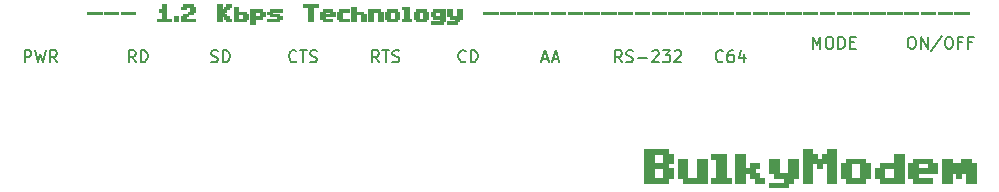
<source format=gto>
G04 #@! TF.GenerationSoftware,KiCad,Pcbnew,(5.1.8)-1*
G04 #@! TF.CreationDate,2023-04-09T21:37:19+02:00*
G04 #@! TF.ProjectId,BulkyModem FP2,42756c6b-794d-46f6-9465-6d204650322e,rev?*
G04 #@! TF.SameCoordinates,Original*
G04 #@! TF.FileFunction,Legend,Top*
G04 #@! TF.FilePolarity,Positive*
%FSLAX46Y46*%
G04 Gerber Fmt 4.6, Leading zero omitted, Abs format (unit mm)*
G04 Created by KiCad (PCBNEW (5.1.8)-1) date 2023-04-09 21:37:19*
%MOMM*%
%LPD*%
G01*
G04 APERTURE LIST*
%ADD10C,0.150000*%
%ADD11C,0.010000*%
G04 APERTURE END LIST*
D10*
X165188476Y-118983380D02*
X165188476Y-117983380D01*
X165521809Y-118697666D01*
X165855142Y-117983380D01*
X165855142Y-118983380D01*
X166521809Y-117983380D02*
X166712285Y-117983380D01*
X166807523Y-118031000D01*
X166902761Y-118126238D01*
X166950380Y-118316714D01*
X166950380Y-118650047D01*
X166902761Y-118840523D01*
X166807523Y-118935761D01*
X166712285Y-118983380D01*
X166521809Y-118983380D01*
X166426571Y-118935761D01*
X166331333Y-118840523D01*
X166283714Y-118650047D01*
X166283714Y-118316714D01*
X166331333Y-118126238D01*
X166426571Y-118031000D01*
X166521809Y-117983380D01*
X167378952Y-118983380D02*
X167378952Y-117983380D01*
X167617047Y-117983380D01*
X167759904Y-118031000D01*
X167855142Y-118126238D01*
X167902761Y-118221476D01*
X167950380Y-118411952D01*
X167950380Y-118554809D01*
X167902761Y-118745285D01*
X167855142Y-118840523D01*
X167759904Y-118935761D01*
X167617047Y-118983380D01*
X167378952Y-118983380D01*
X168378952Y-118459571D02*
X168712285Y-118459571D01*
X168855142Y-118983380D02*
X168378952Y-118983380D01*
X168378952Y-117983380D01*
X168855142Y-117983380D01*
X173491190Y-117983380D02*
X173681666Y-117983380D01*
X173776904Y-118031000D01*
X173872142Y-118126238D01*
X173919761Y-118316714D01*
X173919761Y-118650047D01*
X173872142Y-118840523D01*
X173776904Y-118935761D01*
X173681666Y-118983380D01*
X173491190Y-118983380D01*
X173395952Y-118935761D01*
X173300714Y-118840523D01*
X173253095Y-118650047D01*
X173253095Y-118316714D01*
X173300714Y-118126238D01*
X173395952Y-118031000D01*
X173491190Y-117983380D01*
X174348333Y-118983380D02*
X174348333Y-117983380D01*
X174919761Y-118983380D01*
X174919761Y-117983380D01*
X176110238Y-117935761D02*
X175253095Y-119221476D01*
X176634047Y-117983380D02*
X176824523Y-117983380D01*
X176919761Y-118031000D01*
X177015000Y-118126238D01*
X177062619Y-118316714D01*
X177062619Y-118650047D01*
X177015000Y-118840523D01*
X176919761Y-118935761D01*
X176824523Y-118983380D01*
X176634047Y-118983380D01*
X176538809Y-118935761D01*
X176443571Y-118840523D01*
X176395952Y-118650047D01*
X176395952Y-118316714D01*
X176443571Y-118126238D01*
X176538809Y-118031000D01*
X176634047Y-117983380D01*
X177824523Y-118459571D02*
X177491190Y-118459571D01*
X177491190Y-118983380D02*
X177491190Y-117983380D01*
X177967380Y-117983380D01*
X178681666Y-118459571D02*
X178348333Y-118459571D01*
X178348333Y-118983380D02*
X178348333Y-117983380D01*
X178824523Y-117983380D01*
X157592142Y-120031142D02*
X157544523Y-120078761D01*
X157401666Y-120126380D01*
X157306428Y-120126380D01*
X157163571Y-120078761D01*
X157068333Y-119983523D01*
X157020714Y-119888285D01*
X156973095Y-119697809D01*
X156973095Y-119554952D01*
X157020714Y-119364476D01*
X157068333Y-119269238D01*
X157163571Y-119174000D01*
X157306428Y-119126380D01*
X157401666Y-119126380D01*
X157544523Y-119174000D01*
X157592142Y-119221619D01*
X158449285Y-119126380D02*
X158258809Y-119126380D01*
X158163571Y-119174000D01*
X158115952Y-119221619D01*
X158020714Y-119364476D01*
X157973095Y-119554952D01*
X157973095Y-119935904D01*
X158020714Y-120031142D01*
X158068333Y-120078761D01*
X158163571Y-120126380D01*
X158354047Y-120126380D01*
X158449285Y-120078761D01*
X158496904Y-120031142D01*
X158544523Y-119935904D01*
X158544523Y-119697809D01*
X158496904Y-119602571D01*
X158449285Y-119554952D01*
X158354047Y-119507333D01*
X158163571Y-119507333D01*
X158068333Y-119554952D01*
X158020714Y-119602571D01*
X157973095Y-119697809D01*
X159401666Y-119459714D02*
X159401666Y-120126380D01*
X159163571Y-119078761D02*
X158925476Y-119793047D01*
X159544523Y-119793047D01*
X149035714Y-120126380D02*
X148702380Y-119650190D01*
X148464285Y-120126380D02*
X148464285Y-119126380D01*
X148845238Y-119126380D01*
X148940476Y-119174000D01*
X148988095Y-119221619D01*
X149035714Y-119316857D01*
X149035714Y-119459714D01*
X148988095Y-119554952D01*
X148940476Y-119602571D01*
X148845238Y-119650190D01*
X148464285Y-119650190D01*
X149416666Y-120078761D02*
X149559523Y-120126380D01*
X149797619Y-120126380D01*
X149892857Y-120078761D01*
X149940476Y-120031142D01*
X149988095Y-119935904D01*
X149988095Y-119840666D01*
X149940476Y-119745428D01*
X149892857Y-119697809D01*
X149797619Y-119650190D01*
X149607142Y-119602571D01*
X149511904Y-119554952D01*
X149464285Y-119507333D01*
X149416666Y-119412095D01*
X149416666Y-119316857D01*
X149464285Y-119221619D01*
X149511904Y-119174000D01*
X149607142Y-119126380D01*
X149845238Y-119126380D01*
X149988095Y-119174000D01*
X150416666Y-119745428D02*
X151178571Y-119745428D01*
X151607142Y-119221619D02*
X151654761Y-119174000D01*
X151750000Y-119126380D01*
X151988095Y-119126380D01*
X152083333Y-119174000D01*
X152130952Y-119221619D01*
X152178571Y-119316857D01*
X152178571Y-119412095D01*
X152130952Y-119554952D01*
X151559523Y-120126380D01*
X152178571Y-120126380D01*
X152511904Y-119126380D02*
X153130952Y-119126380D01*
X152797619Y-119507333D01*
X152940476Y-119507333D01*
X153035714Y-119554952D01*
X153083333Y-119602571D01*
X153130952Y-119697809D01*
X153130952Y-119935904D01*
X153083333Y-120031142D01*
X153035714Y-120078761D01*
X152940476Y-120126380D01*
X152654761Y-120126380D01*
X152559523Y-120078761D01*
X152511904Y-120031142D01*
X153511904Y-119221619D02*
X153559523Y-119174000D01*
X153654761Y-119126380D01*
X153892857Y-119126380D01*
X153988095Y-119174000D01*
X154035714Y-119221619D01*
X154083333Y-119316857D01*
X154083333Y-119412095D01*
X154035714Y-119554952D01*
X153464285Y-120126380D01*
X154083333Y-120126380D01*
X142328333Y-119840666D02*
X142804523Y-119840666D01*
X142233095Y-120126380D02*
X142566428Y-119126380D01*
X142899761Y-120126380D01*
X143185476Y-119840666D02*
X143661666Y-119840666D01*
X143090238Y-120126380D02*
X143423571Y-119126380D01*
X143756904Y-120126380D01*
X135819523Y-120031142D02*
X135771904Y-120078761D01*
X135629047Y-120126380D01*
X135533809Y-120126380D01*
X135390952Y-120078761D01*
X135295714Y-119983523D01*
X135248095Y-119888285D01*
X135200476Y-119697809D01*
X135200476Y-119554952D01*
X135248095Y-119364476D01*
X135295714Y-119269238D01*
X135390952Y-119174000D01*
X135533809Y-119126380D01*
X135629047Y-119126380D01*
X135771904Y-119174000D01*
X135819523Y-119221619D01*
X136248095Y-120126380D02*
X136248095Y-119126380D01*
X136486190Y-119126380D01*
X136629047Y-119174000D01*
X136724285Y-119269238D01*
X136771904Y-119364476D01*
X136819523Y-119554952D01*
X136819523Y-119697809D01*
X136771904Y-119888285D01*
X136724285Y-119983523D01*
X136629047Y-120078761D01*
X136486190Y-120126380D01*
X136248095Y-120126380D01*
X128477380Y-120126380D02*
X128144047Y-119650190D01*
X127905952Y-120126380D02*
X127905952Y-119126380D01*
X128286904Y-119126380D01*
X128382142Y-119174000D01*
X128429761Y-119221619D01*
X128477380Y-119316857D01*
X128477380Y-119459714D01*
X128429761Y-119554952D01*
X128382142Y-119602571D01*
X128286904Y-119650190D01*
X127905952Y-119650190D01*
X128763095Y-119126380D02*
X129334523Y-119126380D01*
X129048809Y-120126380D02*
X129048809Y-119126380D01*
X129620238Y-120078761D02*
X129763095Y-120126380D01*
X130001190Y-120126380D01*
X130096428Y-120078761D01*
X130144047Y-120031142D01*
X130191666Y-119935904D01*
X130191666Y-119840666D01*
X130144047Y-119745428D01*
X130096428Y-119697809D01*
X130001190Y-119650190D01*
X129810714Y-119602571D01*
X129715476Y-119554952D01*
X129667857Y-119507333D01*
X129620238Y-119412095D01*
X129620238Y-119316857D01*
X129667857Y-119221619D01*
X129715476Y-119174000D01*
X129810714Y-119126380D01*
X130048809Y-119126380D01*
X130191666Y-119174000D01*
X121492380Y-120031142D02*
X121444761Y-120078761D01*
X121301904Y-120126380D01*
X121206666Y-120126380D01*
X121063809Y-120078761D01*
X120968571Y-119983523D01*
X120920952Y-119888285D01*
X120873333Y-119697809D01*
X120873333Y-119554952D01*
X120920952Y-119364476D01*
X120968571Y-119269238D01*
X121063809Y-119174000D01*
X121206666Y-119126380D01*
X121301904Y-119126380D01*
X121444761Y-119174000D01*
X121492380Y-119221619D01*
X121778095Y-119126380D02*
X122349523Y-119126380D01*
X122063809Y-120126380D02*
X122063809Y-119126380D01*
X122635238Y-120078761D02*
X122778095Y-120126380D01*
X123016190Y-120126380D01*
X123111428Y-120078761D01*
X123159047Y-120031142D01*
X123206666Y-119935904D01*
X123206666Y-119840666D01*
X123159047Y-119745428D01*
X123111428Y-119697809D01*
X123016190Y-119650190D01*
X122825714Y-119602571D01*
X122730476Y-119554952D01*
X122682857Y-119507333D01*
X122635238Y-119412095D01*
X122635238Y-119316857D01*
X122682857Y-119221619D01*
X122730476Y-119174000D01*
X122825714Y-119126380D01*
X123063809Y-119126380D01*
X123206666Y-119174000D01*
X114269285Y-120078761D02*
X114412142Y-120126380D01*
X114650238Y-120126380D01*
X114745476Y-120078761D01*
X114793095Y-120031142D01*
X114840714Y-119935904D01*
X114840714Y-119840666D01*
X114793095Y-119745428D01*
X114745476Y-119697809D01*
X114650238Y-119650190D01*
X114459761Y-119602571D01*
X114364523Y-119554952D01*
X114316904Y-119507333D01*
X114269285Y-119412095D01*
X114269285Y-119316857D01*
X114316904Y-119221619D01*
X114364523Y-119174000D01*
X114459761Y-119126380D01*
X114697857Y-119126380D01*
X114840714Y-119174000D01*
X115269285Y-120126380D02*
X115269285Y-119126380D01*
X115507380Y-119126380D01*
X115650238Y-119174000D01*
X115745476Y-119269238D01*
X115793095Y-119364476D01*
X115840714Y-119554952D01*
X115840714Y-119697809D01*
X115793095Y-119888285D01*
X115745476Y-119983523D01*
X115650238Y-120078761D01*
X115507380Y-120126380D01*
X115269285Y-120126380D01*
X107879523Y-120126380D02*
X107546190Y-119650190D01*
X107308095Y-120126380D02*
X107308095Y-119126380D01*
X107689047Y-119126380D01*
X107784285Y-119174000D01*
X107831904Y-119221619D01*
X107879523Y-119316857D01*
X107879523Y-119459714D01*
X107831904Y-119554952D01*
X107784285Y-119602571D01*
X107689047Y-119650190D01*
X107308095Y-119650190D01*
X108308095Y-120126380D02*
X108308095Y-119126380D01*
X108546190Y-119126380D01*
X108689047Y-119174000D01*
X108784285Y-119269238D01*
X108831904Y-119364476D01*
X108879523Y-119554952D01*
X108879523Y-119697809D01*
X108831904Y-119888285D01*
X108784285Y-119983523D01*
X108689047Y-120078761D01*
X108546190Y-120126380D01*
X108308095Y-120126380D01*
X98481666Y-120126380D02*
X98481666Y-119126380D01*
X98862619Y-119126380D01*
X98957857Y-119174000D01*
X99005476Y-119221619D01*
X99053095Y-119316857D01*
X99053095Y-119459714D01*
X99005476Y-119554952D01*
X98957857Y-119602571D01*
X98862619Y-119650190D01*
X98481666Y-119650190D01*
X99386428Y-119126380D02*
X99624523Y-120126380D01*
X99815000Y-119412095D01*
X100005476Y-120126380D01*
X100243571Y-119126380D01*
X101195952Y-120126380D02*
X100862619Y-119650190D01*
X100624523Y-120126380D02*
X100624523Y-119126380D01*
X101005476Y-119126380D01*
X101100714Y-119174000D01*
X101148333Y-119221619D01*
X101195952Y-119316857D01*
X101195952Y-119459714D01*
X101148333Y-119554952D01*
X101100714Y-119602571D01*
X101005476Y-119650190D01*
X100624523Y-119650190D01*
D11*
G36*
X118613924Y-115845597D02*
G01*
X118817327Y-115845597D01*
X118817327Y-116252404D01*
X118613924Y-116252404D01*
X118613924Y-116455807D01*
X118003714Y-116455807D01*
X118003714Y-116862614D01*
X117596907Y-116862614D01*
X117596907Y-115845597D01*
X118003714Y-115845597D01*
X118003714Y-116252404D01*
X118410521Y-116252404D01*
X118410521Y-115845597D01*
X118003714Y-115845597D01*
X117596907Y-115845597D01*
X117596907Y-115642193D01*
X118613924Y-115642193D01*
X118613924Y-115845597D01*
G37*
X118613924Y-115845597D02*
X118817327Y-115845597D01*
X118817327Y-116252404D01*
X118613924Y-116252404D01*
X118613924Y-116455807D01*
X118003714Y-116455807D01*
X118003714Y-116862614D01*
X117596907Y-116862614D01*
X117596907Y-115845597D01*
X118003714Y-115845597D01*
X118003714Y-116252404D01*
X118410521Y-116252404D01*
X118410521Y-115845597D01*
X118003714Y-115845597D01*
X117596907Y-115845597D01*
X117596907Y-115642193D01*
X118613924Y-115642193D01*
X118613924Y-115845597D01*
G36*
X134072583Y-116659210D02*
G01*
X133869179Y-116659210D01*
X133869179Y-116862614D01*
X132852162Y-116862614D01*
X132852162Y-116659210D01*
X133665776Y-116659210D01*
X133665776Y-116455807D01*
X133055566Y-116455807D01*
X133055566Y-116252404D01*
X132852162Y-116252404D01*
X132852162Y-115845597D01*
X133055566Y-115845597D01*
X133258969Y-115845597D01*
X133258969Y-116252404D01*
X133665776Y-116252404D01*
X133665776Y-115845597D01*
X133258969Y-115845597D01*
X133055566Y-115845597D01*
X133055566Y-115642193D01*
X134072583Y-115642193D01*
X134072583Y-116659210D01*
G37*
X134072583Y-116659210D02*
X133869179Y-116659210D01*
X133869179Y-116862614D01*
X132852162Y-116862614D01*
X132852162Y-116659210D01*
X133665776Y-116659210D01*
X133665776Y-116455807D01*
X133055566Y-116455807D01*
X133055566Y-116252404D01*
X132852162Y-116252404D01*
X132852162Y-115845597D01*
X133055566Y-115845597D01*
X133258969Y-115845597D01*
X133258969Y-116252404D01*
X133665776Y-116252404D01*
X133665776Y-115845597D01*
X133258969Y-115845597D01*
X133055566Y-115845597D01*
X133055566Y-115642193D01*
X134072583Y-115642193D01*
X134072583Y-116659210D01*
G36*
X134682793Y-116252404D02*
G01*
X135089600Y-116252404D01*
X135089600Y-115642193D01*
X135496406Y-115642193D01*
X135496406Y-116455807D01*
X135293003Y-116455807D01*
X135293003Y-116659210D01*
X135089600Y-116659210D01*
X135089600Y-116862614D01*
X134275986Y-116862614D01*
X134275986Y-116659210D01*
X134886196Y-116659210D01*
X134886196Y-116455807D01*
X134479389Y-116455807D01*
X134479389Y-116252404D01*
X134275986Y-116252404D01*
X134275986Y-115642193D01*
X134682793Y-115642193D01*
X134682793Y-116252404D01*
G37*
X134682793Y-116252404D02*
X135089600Y-116252404D01*
X135089600Y-115642193D01*
X135496406Y-115642193D01*
X135496406Y-116455807D01*
X135293003Y-116455807D01*
X135293003Y-116659210D01*
X135089600Y-116659210D01*
X135089600Y-116862614D01*
X134275986Y-116862614D01*
X134275986Y-116659210D01*
X134886196Y-116659210D01*
X134886196Y-116455807D01*
X134479389Y-116455807D01*
X134479389Y-116252404D01*
X134275986Y-116252404D01*
X134275986Y-115642193D01*
X134682793Y-115642193D01*
X134682793Y-116252404D01*
G36*
X110477788Y-116455807D02*
G01*
X110884595Y-116455807D01*
X110884595Y-116659210D01*
X109664174Y-116659210D01*
X109664174Y-116455807D01*
X110070981Y-116455807D01*
X110070981Y-115845597D01*
X109867578Y-115845597D01*
X109867578Y-115642193D01*
X110070981Y-115642193D01*
X110070981Y-115235387D01*
X110477788Y-115235387D01*
X110477788Y-116455807D01*
G37*
X110477788Y-116455807D02*
X110884595Y-116455807D01*
X110884595Y-116659210D01*
X109664174Y-116659210D01*
X109664174Y-116455807D01*
X110070981Y-116455807D01*
X110070981Y-115845597D01*
X109867578Y-115845597D01*
X109867578Y-115642193D01*
X110070981Y-115642193D01*
X110070981Y-115235387D01*
X110477788Y-115235387D01*
X110477788Y-116455807D01*
G36*
X111494805Y-116659210D02*
G01*
X111087998Y-116659210D01*
X111087998Y-116252404D01*
X111494805Y-116252404D01*
X111494805Y-116659210D01*
G37*
X111494805Y-116659210D02*
X111087998Y-116659210D01*
X111087998Y-116252404D01*
X111494805Y-116252404D01*
X111494805Y-116659210D01*
G36*
X112308418Y-116252404D02*
G01*
X112105015Y-116252404D01*
X112105015Y-116455807D01*
X112918629Y-116455807D01*
X112918629Y-116659210D01*
X111698208Y-116659210D01*
X111698208Y-116252404D01*
X111901612Y-116252404D01*
X111901612Y-116049000D01*
X112308418Y-116049000D01*
X112308418Y-116252404D01*
G37*
X112308418Y-116252404D02*
X112105015Y-116252404D01*
X112105015Y-116455807D01*
X112918629Y-116455807D01*
X112918629Y-116659210D01*
X111698208Y-116659210D01*
X111698208Y-116252404D01*
X111901612Y-116252404D01*
X111901612Y-116049000D01*
X112308418Y-116049000D01*
X112308418Y-116252404D01*
G36*
X112308418Y-115845597D02*
G01*
X112511822Y-115845597D01*
X112511822Y-115438790D01*
X112105015Y-115438790D01*
X112105015Y-115642193D01*
X111698208Y-115642193D01*
X111698208Y-115438790D01*
X111901612Y-115438790D01*
X111901612Y-115235387D01*
X112715225Y-115235387D01*
X112715225Y-115438790D01*
X112918629Y-115438790D01*
X112918629Y-115845597D01*
X112715225Y-115845597D01*
X112715225Y-116049000D01*
X112308418Y-116049000D01*
X112308418Y-115845597D01*
G37*
X112308418Y-115845597D02*
X112511822Y-115845597D01*
X112511822Y-115438790D01*
X112105015Y-115438790D01*
X112105015Y-115642193D01*
X111698208Y-115642193D01*
X111698208Y-115438790D01*
X111901612Y-115438790D01*
X111901612Y-115235387D01*
X112715225Y-115235387D01*
X112715225Y-115438790D01*
X112918629Y-115438790D01*
X112918629Y-115845597D01*
X112715225Y-115845597D01*
X112715225Y-116049000D01*
X112308418Y-116049000D01*
X112308418Y-115845597D01*
G36*
X115156066Y-115642193D02*
G01*
X115359469Y-115642193D01*
X115359469Y-115438790D01*
X115562873Y-115438790D01*
X115562873Y-115235387D01*
X115969680Y-115235387D01*
X115969680Y-115438790D01*
X115766276Y-115438790D01*
X115766276Y-115642193D01*
X115562873Y-115642193D01*
X115562873Y-115845597D01*
X115359469Y-115845597D01*
X115359469Y-116049000D01*
X115562873Y-116049000D01*
X115562873Y-116252404D01*
X115766276Y-116252404D01*
X115766276Y-116455807D01*
X115969680Y-116455807D01*
X115969680Y-116659210D01*
X115562873Y-116659210D01*
X115562873Y-116455807D01*
X115359469Y-116455807D01*
X115359469Y-116252404D01*
X115156066Y-116252404D01*
X115156066Y-116659210D01*
X114749259Y-116659210D01*
X114749259Y-115235387D01*
X115156066Y-115235387D01*
X115156066Y-115642193D01*
G37*
X115156066Y-115642193D02*
X115359469Y-115642193D01*
X115359469Y-115438790D01*
X115562873Y-115438790D01*
X115562873Y-115235387D01*
X115969680Y-115235387D01*
X115969680Y-115438790D01*
X115766276Y-115438790D01*
X115766276Y-115642193D01*
X115562873Y-115642193D01*
X115562873Y-115845597D01*
X115359469Y-115845597D01*
X115359469Y-116049000D01*
X115562873Y-116049000D01*
X115562873Y-116252404D01*
X115766276Y-116252404D01*
X115766276Y-116455807D01*
X115969680Y-116455807D01*
X115969680Y-116659210D01*
X115562873Y-116659210D01*
X115562873Y-116455807D01*
X115359469Y-116455807D01*
X115359469Y-116252404D01*
X115156066Y-116252404D01*
X115156066Y-116659210D01*
X114749259Y-116659210D01*
X114749259Y-115235387D01*
X115156066Y-115235387D01*
X115156066Y-115642193D01*
G36*
X116579890Y-115845597D02*
G01*
X117190100Y-115845597D01*
X117190100Y-116049000D01*
X117393504Y-116049000D01*
X117393504Y-116455807D01*
X117190100Y-116455807D01*
X117190100Y-116659210D01*
X116173083Y-116659210D01*
X116173083Y-116049000D01*
X116579890Y-116049000D01*
X116579890Y-116455807D01*
X116986697Y-116455807D01*
X116986697Y-116049000D01*
X116579890Y-116049000D01*
X116173083Y-116049000D01*
X116173083Y-115438790D01*
X116579890Y-115438790D01*
X116579890Y-115845597D01*
G37*
X116579890Y-115845597D02*
X117190100Y-115845597D01*
X117190100Y-116049000D01*
X117393504Y-116049000D01*
X117393504Y-116455807D01*
X117190100Y-116455807D01*
X117190100Y-116659210D01*
X116173083Y-116659210D01*
X116173083Y-116049000D01*
X116579890Y-116049000D01*
X116579890Y-116455807D01*
X116986697Y-116455807D01*
X116986697Y-116049000D01*
X116579890Y-116049000D01*
X116173083Y-116049000D01*
X116173083Y-115438790D01*
X116579890Y-115438790D01*
X116579890Y-115845597D01*
G36*
X120241151Y-115845597D02*
G01*
X119427538Y-115845597D01*
X119427538Y-116049000D01*
X120037748Y-116049000D01*
X120037748Y-116252404D01*
X120241151Y-116252404D01*
X120241151Y-116455807D01*
X120037748Y-116455807D01*
X120037748Y-116659210D01*
X119020731Y-116659210D01*
X119020731Y-116455807D01*
X119834344Y-116455807D01*
X119834344Y-116252404D01*
X119224134Y-116252404D01*
X119224134Y-116049000D01*
X119020731Y-116049000D01*
X119020731Y-115845597D01*
X119224134Y-115845597D01*
X119224134Y-115642193D01*
X120241151Y-115642193D01*
X120241151Y-115845597D01*
G37*
X120241151Y-115845597D02*
X119427538Y-115845597D01*
X119427538Y-116049000D01*
X120037748Y-116049000D01*
X120037748Y-116252404D01*
X120241151Y-116252404D01*
X120241151Y-116455807D01*
X120037748Y-116455807D01*
X120037748Y-116659210D01*
X119020731Y-116659210D01*
X119020731Y-116455807D01*
X119834344Y-116455807D01*
X119834344Y-116252404D01*
X119224134Y-116252404D01*
X119224134Y-116049000D01*
X119020731Y-116049000D01*
X119020731Y-115845597D01*
X119224134Y-115845597D01*
X119224134Y-115642193D01*
X120241151Y-115642193D01*
X120241151Y-115845597D01*
G36*
X123292202Y-115438790D02*
G01*
X122885395Y-115438790D01*
X122885395Y-116659210D01*
X122478589Y-116659210D01*
X122478589Y-115438790D01*
X122071782Y-115438790D01*
X122071782Y-115235387D01*
X123292202Y-115235387D01*
X123292202Y-115438790D01*
G37*
X123292202Y-115438790D02*
X122885395Y-115438790D01*
X122885395Y-116659210D01*
X122478589Y-116659210D01*
X122478589Y-115438790D01*
X122071782Y-115438790D01*
X122071782Y-115235387D01*
X123292202Y-115235387D01*
X123292202Y-115438790D01*
G36*
X124512623Y-115845597D02*
G01*
X124716026Y-115845597D01*
X124716026Y-116252404D01*
X123902412Y-116252404D01*
X123902412Y-116455807D01*
X124512623Y-116455807D01*
X124512623Y-116659210D01*
X123699009Y-116659210D01*
X123699009Y-116455807D01*
X123495606Y-116455807D01*
X123495606Y-115845597D01*
X123699009Y-115845597D01*
X123902412Y-115845597D01*
X123902412Y-116049000D01*
X124309219Y-116049000D01*
X124309219Y-115845597D01*
X123902412Y-115845597D01*
X123699009Y-115845597D01*
X123699009Y-115642193D01*
X124512623Y-115642193D01*
X124512623Y-115845597D01*
G37*
X124512623Y-115845597D02*
X124716026Y-115845597D01*
X124716026Y-116252404D01*
X123902412Y-116252404D01*
X123902412Y-116455807D01*
X124512623Y-116455807D01*
X124512623Y-116659210D01*
X123699009Y-116659210D01*
X123699009Y-116455807D01*
X123495606Y-116455807D01*
X123495606Y-115845597D01*
X123699009Y-115845597D01*
X123902412Y-115845597D01*
X123902412Y-116049000D01*
X124309219Y-116049000D01*
X124309219Y-115845597D01*
X123902412Y-115845597D01*
X123699009Y-115845597D01*
X123699009Y-115642193D01*
X124512623Y-115642193D01*
X124512623Y-115845597D01*
G36*
X125936446Y-115845597D02*
G01*
X125326236Y-115845597D01*
X125326236Y-116455807D01*
X125936446Y-116455807D01*
X125936446Y-116659210D01*
X125122833Y-116659210D01*
X125122833Y-116455807D01*
X124919429Y-116455807D01*
X124919429Y-115845597D01*
X125122833Y-115845597D01*
X125122833Y-115642193D01*
X125936446Y-115642193D01*
X125936446Y-115845597D01*
G37*
X125936446Y-115845597D02*
X125326236Y-115845597D01*
X125326236Y-116455807D01*
X125936446Y-116455807D01*
X125936446Y-116659210D01*
X125122833Y-116659210D01*
X125122833Y-116455807D01*
X124919429Y-116455807D01*
X124919429Y-115845597D01*
X125122833Y-115845597D01*
X125122833Y-115642193D01*
X125936446Y-115642193D01*
X125936446Y-115845597D01*
G36*
X126546657Y-115845597D02*
G01*
X127156867Y-115845597D01*
X127156867Y-116049000D01*
X127360270Y-116049000D01*
X127360270Y-116659210D01*
X126953463Y-116659210D01*
X126953463Y-116049000D01*
X126546657Y-116049000D01*
X126546657Y-116659210D01*
X126139850Y-116659210D01*
X126139850Y-115438790D01*
X126546657Y-115438790D01*
X126546657Y-115845597D01*
G37*
X126546657Y-115845597D02*
X127156867Y-115845597D01*
X127156867Y-116049000D01*
X127360270Y-116049000D01*
X127360270Y-116659210D01*
X126953463Y-116659210D01*
X126953463Y-116049000D01*
X126546657Y-116049000D01*
X126546657Y-116659210D01*
X126139850Y-116659210D01*
X126139850Y-115438790D01*
X126546657Y-115438790D01*
X126546657Y-115845597D01*
G36*
X128580691Y-115845597D02*
G01*
X128784094Y-115845597D01*
X128784094Y-116659210D01*
X128377287Y-116659210D01*
X128377287Y-115845597D01*
X127970481Y-115845597D01*
X127970481Y-116659210D01*
X127563674Y-116659210D01*
X127563674Y-115642193D01*
X128580691Y-115642193D01*
X128580691Y-115845597D01*
G37*
X128580691Y-115845597D02*
X128784094Y-115845597D01*
X128784094Y-116659210D01*
X128377287Y-116659210D01*
X128377287Y-115845597D01*
X127970481Y-115845597D01*
X127970481Y-116659210D01*
X127563674Y-116659210D01*
X127563674Y-115642193D01*
X128580691Y-115642193D01*
X128580691Y-115845597D01*
G36*
X130004515Y-115845597D02*
G01*
X130207918Y-115845597D01*
X130207918Y-116455807D01*
X130004515Y-116455807D01*
X130004515Y-116659210D01*
X129190901Y-116659210D01*
X129190901Y-116455807D01*
X128987498Y-116455807D01*
X128987498Y-115845597D01*
X129190901Y-115845597D01*
X129394304Y-115845597D01*
X129394304Y-116455807D01*
X129801111Y-116455807D01*
X129801111Y-115845597D01*
X129394304Y-115845597D01*
X129190901Y-115845597D01*
X129190901Y-115642193D01*
X130004515Y-115642193D01*
X130004515Y-115845597D01*
G37*
X130004515Y-115845597D02*
X130207918Y-115845597D01*
X130207918Y-116455807D01*
X130004515Y-116455807D01*
X130004515Y-116659210D01*
X129190901Y-116659210D01*
X129190901Y-116455807D01*
X128987498Y-116455807D01*
X128987498Y-115845597D01*
X129190901Y-115845597D01*
X129394304Y-115845597D01*
X129394304Y-116455807D01*
X129801111Y-116455807D01*
X129801111Y-115845597D01*
X129394304Y-115845597D01*
X129190901Y-115845597D01*
X129190901Y-115642193D01*
X130004515Y-115642193D01*
X130004515Y-115845597D01*
G36*
X131021532Y-116455807D02*
G01*
X131224935Y-116455807D01*
X131224935Y-116659210D01*
X130411321Y-116659210D01*
X130411321Y-116455807D01*
X130614725Y-116455807D01*
X130614725Y-115642193D01*
X130411321Y-115642193D01*
X130411321Y-115438790D01*
X131021532Y-115438790D01*
X131021532Y-116455807D01*
G37*
X131021532Y-116455807D02*
X131224935Y-116455807D01*
X131224935Y-116659210D01*
X130411321Y-116659210D01*
X130411321Y-116455807D01*
X130614725Y-116455807D01*
X130614725Y-115642193D01*
X130411321Y-115642193D01*
X130411321Y-115438790D01*
X131021532Y-115438790D01*
X131021532Y-116455807D01*
G36*
X132445355Y-115845597D02*
G01*
X132648759Y-115845597D01*
X132648759Y-116455807D01*
X132445355Y-116455807D01*
X132445355Y-116659210D01*
X131631742Y-116659210D01*
X131631742Y-116455807D01*
X131428338Y-116455807D01*
X131428338Y-115845597D01*
X131631742Y-115845597D01*
X131835145Y-115845597D01*
X131835145Y-116455807D01*
X132241952Y-116455807D01*
X132241952Y-115845597D01*
X131835145Y-115845597D01*
X131631742Y-115845597D01*
X131631742Y-115642193D01*
X132445355Y-115642193D01*
X132445355Y-115845597D01*
G37*
X132445355Y-115845597D02*
X132648759Y-115845597D01*
X132648759Y-116455807D01*
X132445355Y-116455807D01*
X132445355Y-116659210D01*
X131631742Y-116659210D01*
X131631742Y-116455807D01*
X131428338Y-116455807D01*
X131428338Y-115845597D01*
X131631742Y-115845597D01*
X131835145Y-115845597D01*
X131835145Y-116455807D01*
X132241952Y-116455807D01*
X132241952Y-115845597D01*
X131835145Y-115845597D01*
X131631742Y-115845597D01*
X131631742Y-115642193D01*
X132445355Y-115642193D01*
X132445355Y-115845597D01*
G36*
X104985896Y-116049000D02*
G01*
X103765476Y-116049000D01*
X103765476Y-115845597D01*
X104985896Y-115845597D01*
X104985896Y-116049000D01*
G37*
X104985896Y-116049000D02*
X103765476Y-116049000D01*
X103765476Y-115845597D01*
X104985896Y-115845597D01*
X104985896Y-116049000D01*
G36*
X106409720Y-116049000D02*
G01*
X105189299Y-116049000D01*
X105189299Y-115845597D01*
X106409720Y-115845597D01*
X106409720Y-116049000D01*
G37*
X106409720Y-116049000D02*
X105189299Y-116049000D01*
X105189299Y-115845597D01*
X106409720Y-115845597D01*
X106409720Y-116049000D01*
G36*
X107833544Y-116049000D02*
G01*
X106613123Y-116049000D01*
X106613123Y-115845597D01*
X107833544Y-115845597D01*
X107833544Y-116049000D01*
G37*
X107833544Y-116049000D02*
X106613123Y-116049000D01*
X106613123Y-115845597D01*
X107833544Y-115845597D01*
X107833544Y-116049000D01*
G36*
X138547457Y-116049000D02*
G01*
X137327037Y-116049000D01*
X137327037Y-115845597D01*
X138547457Y-115845597D01*
X138547457Y-116049000D01*
G37*
X138547457Y-116049000D02*
X137327037Y-116049000D01*
X137327037Y-115845597D01*
X138547457Y-115845597D01*
X138547457Y-116049000D01*
G36*
X139971281Y-116049000D02*
G01*
X138750861Y-116049000D01*
X138750861Y-115845597D01*
X139971281Y-115845597D01*
X139971281Y-116049000D01*
G37*
X139971281Y-116049000D02*
X138750861Y-116049000D01*
X138750861Y-115845597D01*
X139971281Y-115845597D01*
X139971281Y-116049000D01*
G36*
X141395105Y-116049000D02*
G01*
X140174685Y-116049000D01*
X140174685Y-115845597D01*
X141395105Y-115845597D01*
X141395105Y-116049000D01*
G37*
X141395105Y-116049000D02*
X140174685Y-116049000D01*
X140174685Y-115845597D01*
X141395105Y-115845597D01*
X141395105Y-116049000D01*
G36*
X142818929Y-116049000D02*
G01*
X141598509Y-116049000D01*
X141598509Y-115845597D01*
X142818929Y-115845597D01*
X142818929Y-116049000D01*
G37*
X142818929Y-116049000D02*
X141598509Y-116049000D01*
X141598509Y-115845597D01*
X142818929Y-115845597D01*
X142818929Y-116049000D01*
G36*
X144242753Y-116049000D02*
G01*
X143022332Y-116049000D01*
X143022332Y-115845597D01*
X144242753Y-115845597D01*
X144242753Y-116049000D01*
G37*
X144242753Y-116049000D02*
X143022332Y-116049000D01*
X143022332Y-115845597D01*
X144242753Y-115845597D01*
X144242753Y-116049000D01*
G36*
X145666577Y-116049000D02*
G01*
X144446156Y-116049000D01*
X144446156Y-115845597D01*
X145666577Y-115845597D01*
X145666577Y-116049000D01*
G37*
X145666577Y-116049000D02*
X144446156Y-116049000D01*
X144446156Y-115845597D01*
X145666577Y-115845597D01*
X145666577Y-116049000D01*
G36*
X147090400Y-116049000D02*
G01*
X145869980Y-116049000D01*
X145869980Y-115845597D01*
X147090400Y-115845597D01*
X147090400Y-116049000D01*
G37*
X147090400Y-116049000D02*
X145869980Y-116049000D01*
X145869980Y-115845597D01*
X147090400Y-115845597D01*
X147090400Y-116049000D01*
G36*
X148514224Y-116049000D02*
G01*
X147293804Y-116049000D01*
X147293804Y-115845597D01*
X148514224Y-115845597D01*
X148514224Y-116049000D01*
G37*
X148514224Y-116049000D02*
X147293804Y-116049000D01*
X147293804Y-115845597D01*
X148514224Y-115845597D01*
X148514224Y-116049000D01*
G36*
X149938048Y-116049000D02*
G01*
X148717628Y-116049000D01*
X148717628Y-115845597D01*
X149938048Y-115845597D01*
X149938048Y-116049000D01*
G37*
X149938048Y-116049000D02*
X148717628Y-116049000D01*
X148717628Y-115845597D01*
X149938048Y-115845597D01*
X149938048Y-116049000D01*
G36*
X151361872Y-116049000D02*
G01*
X150141451Y-116049000D01*
X150141451Y-115845597D01*
X151361872Y-115845597D01*
X151361872Y-116049000D01*
G37*
X151361872Y-116049000D02*
X150141451Y-116049000D01*
X150141451Y-115845597D01*
X151361872Y-115845597D01*
X151361872Y-116049000D01*
G36*
X152785696Y-116049000D02*
G01*
X151565275Y-116049000D01*
X151565275Y-115845597D01*
X152785696Y-115845597D01*
X152785696Y-116049000D01*
G37*
X152785696Y-116049000D02*
X151565275Y-116049000D01*
X151565275Y-115845597D01*
X152785696Y-115845597D01*
X152785696Y-116049000D01*
G36*
X154209520Y-116049000D02*
G01*
X152989099Y-116049000D01*
X152989099Y-115845597D01*
X154209520Y-115845597D01*
X154209520Y-116049000D01*
G37*
X154209520Y-116049000D02*
X152989099Y-116049000D01*
X152989099Y-115845597D01*
X154209520Y-115845597D01*
X154209520Y-116049000D01*
G36*
X155633343Y-116049000D02*
G01*
X154412923Y-116049000D01*
X154412923Y-115845597D01*
X155633343Y-115845597D01*
X155633343Y-116049000D01*
G37*
X155633343Y-116049000D02*
X154412923Y-116049000D01*
X154412923Y-115845597D01*
X155633343Y-115845597D01*
X155633343Y-116049000D01*
G36*
X157057167Y-116049000D02*
G01*
X155836747Y-116049000D01*
X155836747Y-115845597D01*
X157057167Y-115845597D01*
X157057167Y-116049000D01*
G37*
X157057167Y-116049000D02*
X155836747Y-116049000D01*
X155836747Y-115845597D01*
X157057167Y-115845597D01*
X157057167Y-116049000D01*
G36*
X158480991Y-116049000D02*
G01*
X157260571Y-116049000D01*
X157260571Y-115845597D01*
X158480991Y-115845597D01*
X158480991Y-116049000D01*
G37*
X158480991Y-116049000D02*
X157260571Y-116049000D01*
X157260571Y-115845597D01*
X158480991Y-115845597D01*
X158480991Y-116049000D01*
G36*
X159904815Y-116049000D02*
G01*
X158684394Y-116049000D01*
X158684394Y-115845597D01*
X159904815Y-115845597D01*
X159904815Y-116049000D01*
G37*
X159904815Y-116049000D02*
X158684394Y-116049000D01*
X158684394Y-115845597D01*
X159904815Y-115845597D01*
X159904815Y-116049000D01*
G36*
X161328639Y-116049000D02*
G01*
X160108218Y-116049000D01*
X160108218Y-115845597D01*
X161328639Y-115845597D01*
X161328639Y-116049000D01*
G37*
X161328639Y-116049000D02*
X160108218Y-116049000D01*
X160108218Y-115845597D01*
X161328639Y-115845597D01*
X161328639Y-116049000D01*
G36*
X162752462Y-116049000D02*
G01*
X161532042Y-116049000D01*
X161532042Y-115845597D01*
X162752462Y-115845597D01*
X162752462Y-116049000D01*
G37*
X162752462Y-116049000D02*
X161532042Y-116049000D01*
X161532042Y-115845597D01*
X162752462Y-115845597D01*
X162752462Y-116049000D01*
G36*
X164176286Y-116049000D02*
G01*
X162955866Y-116049000D01*
X162955866Y-115845597D01*
X164176286Y-115845597D01*
X164176286Y-116049000D01*
G37*
X164176286Y-116049000D02*
X162955866Y-116049000D01*
X162955866Y-115845597D01*
X164176286Y-115845597D01*
X164176286Y-116049000D01*
G36*
X165600110Y-116049000D02*
G01*
X164379690Y-116049000D01*
X164379690Y-115845597D01*
X165600110Y-115845597D01*
X165600110Y-116049000D01*
G37*
X165600110Y-116049000D02*
X164379690Y-116049000D01*
X164379690Y-115845597D01*
X165600110Y-115845597D01*
X165600110Y-116049000D01*
G36*
X167023934Y-116049000D02*
G01*
X165803514Y-116049000D01*
X165803514Y-115845597D01*
X167023934Y-115845597D01*
X167023934Y-116049000D01*
G37*
X167023934Y-116049000D02*
X165803514Y-116049000D01*
X165803514Y-115845597D01*
X167023934Y-115845597D01*
X167023934Y-116049000D01*
G36*
X168447758Y-116049000D02*
G01*
X167227337Y-116049000D01*
X167227337Y-115845597D01*
X168447758Y-115845597D01*
X168447758Y-116049000D01*
G37*
X168447758Y-116049000D02*
X167227337Y-116049000D01*
X167227337Y-115845597D01*
X168447758Y-115845597D01*
X168447758Y-116049000D01*
G36*
X169871582Y-116049000D02*
G01*
X168651161Y-116049000D01*
X168651161Y-115845597D01*
X169871582Y-115845597D01*
X169871582Y-116049000D01*
G37*
X169871582Y-116049000D02*
X168651161Y-116049000D01*
X168651161Y-115845597D01*
X169871582Y-115845597D01*
X169871582Y-116049000D01*
G36*
X171295405Y-116049000D02*
G01*
X170074985Y-116049000D01*
X170074985Y-115845597D01*
X171295405Y-115845597D01*
X171295405Y-116049000D01*
G37*
X171295405Y-116049000D02*
X170074985Y-116049000D01*
X170074985Y-115845597D01*
X171295405Y-115845597D01*
X171295405Y-116049000D01*
G36*
X172719229Y-116049000D02*
G01*
X171498809Y-116049000D01*
X171498809Y-115845597D01*
X172719229Y-115845597D01*
X172719229Y-116049000D01*
G37*
X172719229Y-116049000D02*
X171498809Y-116049000D01*
X171498809Y-115845597D01*
X172719229Y-115845597D01*
X172719229Y-116049000D01*
G36*
X174143053Y-116049000D02*
G01*
X172922633Y-116049000D01*
X172922633Y-115845597D01*
X174143053Y-115845597D01*
X174143053Y-116049000D01*
G37*
X174143053Y-116049000D02*
X172922633Y-116049000D01*
X172922633Y-115845597D01*
X174143053Y-115845597D01*
X174143053Y-116049000D01*
G36*
X175566877Y-116049000D02*
G01*
X174346456Y-116049000D01*
X174346456Y-115845597D01*
X175566877Y-115845597D01*
X175566877Y-116049000D01*
G37*
X175566877Y-116049000D02*
X174346456Y-116049000D01*
X174346456Y-115845597D01*
X175566877Y-115845597D01*
X175566877Y-116049000D01*
G36*
X176990701Y-116049000D02*
G01*
X175770280Y-116049000D01*
X175770280Y-115845597D01*
X176990701Y-115845597D01*
X176990701Y-116049000D01*
G37*
X176990701Y-116049000D02*
X175770280Y-116049000D01*
X175770280Y-115845597D01*
X176990701Y-115845597D01*
X176990701Y-116049000D01*
G36*
X178414525Y-116049000D02*
G01*
X177194104Y-116049000D01*
X177194104Y-115845597D01*
X178414525Y-115845597D01*
X178414525Y-116049000D01*
G37*
X178414525Y-116049000D02*
X177194104Y-116049000D01*
X177194104Y-115845597D01*
X178414525Y-115845597D01*
X178414525Y-116049000D01*
G36*
X162321756Y-129505807D02*
G01*
X163135370Y-129505807D01*
X163135370Y-128285386D01*
X163948983Y-128285386D01*
X163948983Y-129912613D01*
X163542177Y-129912613D01*
X163542177Y-130319420D01*
X163135370Y-130319420D01*
X163135370Y-130726227D01*
X161508142Y-130726227D01*
X161508142Y-130319420D01*
X162728563Y-130319420D01*
X162728563Y-129912613D01*
X161914949Y-129912613D01*
X161914949Y-129505807D01*
X161508142Y-129505807D01*
X161508142Y-128285386D01*
X162321756Y-128285386D01*
X162321756Y-129505807D01*
G37*
X162321756Y-129505807D02*
X163135370Y-129505807D01*
X163135370Y-128285386D01*
X163948983Y-128285386D01*
X163948983Y-129912613D01*
X163542177Y-129912613D01*
X163542177Y-130319420D01*
X163135370Y-130319420D01*
X163135370Y-130726227D01*
X161508142Y-130726227D01*
X161508142Y-130319420D01*
X162728563Y-130319420D01*
X162728563Y-129912613D01*
X161914949Y-129912613D01*
X161914949Y-129505807D01*
X161508142Y-129505807D01*
X161508142Y-128285386D01*
X162321756Y-128285386D01*
X162321756Y-129505807D01*
G36*
X152965200Y-127878579D02*
G01*
X153372006Y-127878579D01*
X153372006Y-128692193D01*
X152965200Y-128692193D01*
X152965200Y-129099000D01*
X153372006Y-129099000D01*
X153372006Y-129912613D01*
X152965200Y-129912613D01*
X152965200Y-130319420D01*
X150931166Y-130319420D01*
X150931166Y-129099000D01*
X151744779Y-129099000D01*
X151744779Y-129912613D01*
X152558393Y-129912613D01*
X152558393Y-129099000D01*
X151744779Y-129099000D01*
X150931166Y-129099000D01*
X150931166Y-127878579D01*
X151744779Y-127878579D01*
X151744779Y-128692193D01*
X152558393Y-128692193D01*
X152558393Y-127878579D01*
X151744779Y-127878579D01*
X150931166Y-127878579D01*
X150931166Y-127471773D01*
X152965200Y-127471773D01*
X152965200Y-127878579D01*
G37*
X152965200Y-127878579D02*
X153372006Y-127878579D01*
X153372006Y-128692193D01*
X152965200Y-128692193D01*
X152965200Y-129099000D01*
X153372006Y-129099000D01*
X153372006Y-129912613D01*
X152965200Y-129912613D01*
X152965200Y-130319420D01*
X150931166Y-130319420D01*
X150931166Y-129099000D01*
X151744779Y-129099000D01*
X151744779Y-129912613D01*
X152558393Y-129912613D01*
X152558393Y-129099000D01*
X151744779Y-129099000D01*
X150931166Y-129099000D01*
X150931166Y-127878579D01*
X151744779Y-127878579D01*
X151744779Y-128692193D01*
X152558393Y-128692193D01*
X152558393Y-127878579D01*
X151744779Y-127878579D01*
X150931166Y-127878579D01*
X150931166Y-127471773D01*
X152965200Y-127471773D01*
X152965200Y-127878579D01*
G36*
X154592427Y-129912613D02*
G01*
X155406040Y-129912613D01*
X155406040Y-128285386D01*
X156219654Y-128285386D01*
X156219654Y-130319420D01*
X154185620Y-130319420D01*
X154185620Y-129912613D01*
X153778813Y-129912613D01*
X153778813Y-128285386D01*
X154592427Y-128285386D01*
X154592427Y-129912613D01*
G37*
X154592427Y-129912613D02*
X155406040Y-129912613D01*
X155406040Y-128285386D01*
X156219654Y-128285386D01*
X156219654Y-130319420D01*
X154185620Y-130319420D01*
X154185620Y-129912613D01*
X153778813Y-129912613D01*
X153778813Y-128285386D01*
X154592427Y-128285386D01*
X154592427Y-129912613D01*
G36*
X157846881Y-129912613D02*
G01*
X158253688Y-129912613D01*
X158253688Y-130319420D01*
X156626461Y-130319420D01*
X156626461Y-129912613D01*
X157033268Y-129912613D01*
X157033268Y-128285386D01*
X156626461Y-128285386D01*
X156626461Y-127878579D01*
X157846881Y-127878579D01*
X157846881Y-129912613D01*
G37*
X157846881Y-129912613D02*
X158253688Y-129912613D01*
X158253688Y-130319420D01*
X156626461Y-130319420D01*
X156626461Y-129912613D01*
X157033268Y-129912613D01*
X157033268Y-128285386D01*
X156626461Y-128285386D01*
X156626461Y-127878579D01*
X157846881Y-127878579D01*
X157846881Y-129912613D01*
G36*
X159474108Y-129099000D02*
G01*
X159880915Y-129099000D01*
X159880915Y-128692193D01*
X160694529Y-128692193D01*
X160694529Y-129099000D01*
X160287722Y-129099000D01*
X160287722Y-129505807D01*
X160694529Y-129505807D01*
X160694529Y-129912613D01*
X161101336Y-129912613D01*
X161101336Y-130319420D01*
X160287722Y-130319420D01*
X160287722Y-129912613D01*
X159880915Y-129912613D01*
X159880915Y-129505807D01*
X159474108Y-129505807D01*
X159474108Y-130319420D01*
X158660495Y-130319420D01*
X158660495Y-127878579D01*
X159474108Y-127878579D01*
X159474108Y-129099000D01*
G37*
X159474108Y-129099000D02*
X159880915Y-129099000D01*
X159880915Y-128692193D01*
X160694529Y-128692193D01*
X160694529Y-129099000D01*
X160287722Y-129099000D01*
X160287722Y-129505807D01*
X160694529Y-129505807D01*
X160694529Y-129912613D01*
X161101336Y-129912613D01*
X161101336Y-130319420D01*
X160287722Y-130319420D01*
X160287722Y-129912613D01*
X159880915Y-129912613D01*
X159880915Y-129505807D01*
X159474108Y-129505807D01*
X159474108Y-130319420D01*
X158660495Y-130319420D01*
X158660495Y-127878579D01*
X159474108Y-127878579D01*
X159474108Y-129099000D01*
G36*
X165169404Y-127878579D02*
G01*
X165576211Y-127878579D01*
X165576211Y-128285386D01*
X165983017Y-128285386D01*
X165983017Y-127878579D01*
X166389824Y-127878579D01*
X166389824Y-127471773D01*
X167203438Y-127471773D01*
X167203438Y-130319420D01*
X166389824Y-130319420D01*
X166389824Y-128692193D01*
X165983017Y-128692193D01*
X165983017Y-129099000D01*
X165576211Y-129099000D01*
X165576211Y-128692193D01*
X165169404Y-128692193D01*
X165169404Y-130319420D01*
X164355790Y-130319420D01*
X164355790Y-127471773D01*
X165169404Y-127471773D01*
X165169404Y-127878579D01*
G37*
X165169404Y-127878579D02*
X165576211Y-127878579D01*
X165576211Y-128285386D01*
X165983017Y-128285386D01*
X165983017Y-127878579D01*
X166389824Y-127878579D01*
X166389824Y-127471773D01*
X167203438Y-127471773D01*
X167203438Y-130319420D01*
X166389824Y-130319420D01*
X166389824Y-128692193D01*
X165983017Y-128692193D01*
X165983017Y-129099000D01*
X165576211Y-129099000D01*
X165576211Y-128692193D01*
X165169404Y-128692193D01*
X165169404Y-130319420D01*
X164355790Y-130319420D01*
X164355790Y-127471773D01*
X165169404Y-127471773D01*
X165169404Y-127878579D01*
G36*
X169644279Y-128692193D02*
G01*
X170051085Y-128692193D01*
X170051085Y-129912613D01*
X169644279Y-129912613D01*
X169644279Y-130319420D01*
X168017051Y-130319420D01*
X168017051Y-129912613D01*
X167610245Y-129912613D01*
X167610245Y-128692193D01*
X168017051Y-128692193D01*
X168423858Y-128692193D01*
X168423858Y-129912613D01*
X169237472Y-129912613D01*
X169237472Y-128692193D01*
X168423858Y-128692193D01*
X168017051Y-128692193D01*
X168017051Y-128285386D01*
X169644279Y-128285386D01*
X169644279Y-128692193D01*
G37*
X169644279Y-128692193D02*
X170051085Y-128692193D01*
X170051085Y-129912613D01*
X169644279Y-129912613D01*
X169644279Y-130319420D01*
X168017051Y-130319420D01*
X168017051Y-129912613D01*
X167610245Y-129912613D01*
X167610245Y-128692193D01*
X168017051Y-128692193D01*
X168423858Y-128692193D01*
X168423858Y-129912613D01*
X169237472Y-129912613D01*
X169237472Y-128692193D01*
X168423858Y-128692193D01*
X168017051Y-128692193D01*
X168017051Y-128285386D01*
X169644279Y-128285386D01*
X169644279Y-128692193D01*
G36*
X172898733Y-130319420D02*
G01*
X170864699Y-130319420D01*
X170864699Y-129912613D01*
X170457892Y-129912613D01*
X170457892Y-129099000D01*
X170864699Y-129099000D01*
X171271506Y-129099000D01*
X171271506Y-129912613D01*
X172085119Y-129912613D01*
X172085119Y-129099000D01*
X171271506Y-129099000D01*
X170864699Y-129099000D01*
X170864699Y-128692193D01*
X172085119Y-128692193D01*
X172085119Y-127878579D01*
X172898733Y-127878579D01*
X172898733Y-130319420D01*
G37*
X172898733Y-130319420D02*
X170864699Y-130319420D01*
X170864699Y-129912613D01*
X170457892Y-129912613D01*
X170457892Y-129099000D01*
X170864699Y-129099000D01*
X171271506Y-129099000D01*
X171271506Y-129912613D01*
X172085119Y-129912613D01*
X172085119Y-129099000D01*
X171271506Y-129099000D01*
X170864699Y-129099000D01*
X170864699Y-128692193D01*
X172085119Y-128692193D01*
X172085119Y-127878579D01*
X172898733Y-127878579D01*
X172898733Y-130319420D01*
G36*
X175339574Y-128692193D02*
G01*
X175746381Y-128692193D01*
X175746381Y-129505807D01*
X174119153Y-129505807D01*
X174119153Y-129912613D01*
X175339574Y-129912613D01*
X175339574Y-130319420D01*
X173712347Y-130319420D01*
X173712347Y-129912613D01*
X173305540Y-129912613D01*
X173305540Y-128692193D01*
X173712347Y-128692193D01*
X174119153Y-128692193D01*
X174119153Y-129099000D01*
X174932767Y-129099000D01*
X174932767Y-128692193D01*
X174119153Y-128692193D01*
X173712347Y-128692193D01*
X173712347Y-128285386D01*
X175339574Y-128285386D01*
X175339574Y-128692193D01*
G37*
X175339574Y-128692193D02*
X175746381Y-128692193D01*
X175746381Y-129505807D01*
X174119153Y-129505807D01*
X174119153Y-129912613D01*
X175339574Y-129912613D01*
X175339574Y-130319420D01*
X173712347Y-130319420D01*
X173712347Y-129912613D01*
X173305540Y-129912613D01*
X173305540Y-128692193D01*
X173712347Y-128692193D01*
X174119153Y-128692193D01*
X174119153Y-129099000D01*
X174932767Y-129099000D01*
X174932767Y-128692193D01*
X174119153Y-128692193D01*
X173712347Y-128692193D01*
X173712347Y-128285386D01*
X175339574Y-128285386D01*
X175339574Y-128692193D01*
G36*
X176966801Y-128692193D02*
G01*
X177780415Y-128692193D01*
X177780415Y-128285386D01*
X178594028Y-128285386D01*
X178594028Y-128692193D01*
X179000835Y-128692193D01*
X179000835Y-130319420D01*
X178187222Y-130319420D01*
X178187222Y-129505807D01*
X177780415Y-129505807D01*
X177780415Y-129912613D01*
X177373608Y-129912613D01*
X177373608Y-129505807D01*
X176966801Y-129505807D01*
X176966801Y-130319420D01*
X176153188Y-130319420D01*
X176153188Y-128285386D01*
X176966801Y-128285386D01*
X176966801Y-128692193D01*
G37*
X176966801Y-128692193D02*
X177780415Y-128692193D01*
X177780415Y-128285386D01*
X178594028Y-128285386D01*
X178594028Y-128692193D01*
X179000835Y-128692193D01*
X179000835Y-130319420D01*
X178187222Y-130319420D01*
X178187222Y-129505807D01*
X177780415Y-129505807D01*
X177780415Y-129912613D01*
X177373608Y-129912613D01*
X177373608Y-129505807D01*
X176966801Y-129505807D01*
X176966801Y-130319420D01*
X176153188Y-130319420D01*
X176153188Y-128285386D01*
X176966801Y-128285386D01*
X176966801Y-128692193D01*
M02*

</source>
